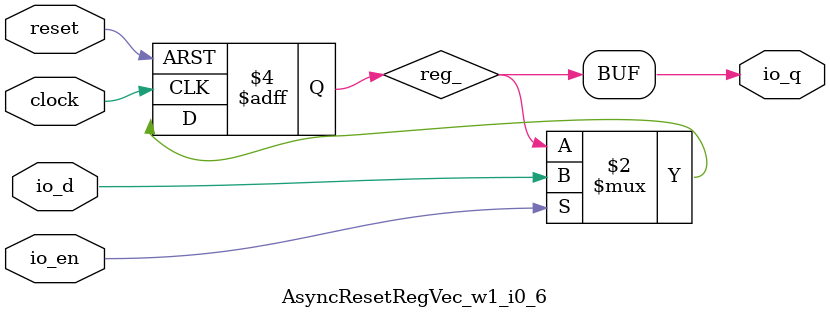
<source format=v>
module AsyncResetRegVec_w1_i0_6(
  input   clock,
  input   reset,
  input   io_d,
  output  io_q,
  input   io_en
);
`ifdef RANDOMIZE_REG_INIT
  reg [31:0] _RAND_0;
`endif // RANDOMIZE_REG_INIT
  reg  reg_; // @[AsyncResetReg.scala 64:50]
  assign io_q = reg_; // @[AsyncResetReg.scala 68:8]
  always @(posedge clock or posedge reset) begin
    if (reset) begin
      reg_ <= 1'h0;
    end else if (io_en) begin
      reg_ <= io_d;
    end
  end
// Register and memory initialization
`ifdef RANDOMIZE_GARBAGE_ASSIGN
`define RANDOMIZE
`endif
`ifdef RANDOMIZE_INVALID_ASSIGN
`define RANDOMIZE
`endif
`ifdef RANDOMIZE_REG_INIT
`define RANDOMIZE
`endif
`ifdef RANDOMIZE_MEM_INIT
`define RANDOMIZE
`endif
`ifndef RANDOM
`define RANDOM $random
`endif
`ifdef RANDOMIZE_MEM_INIT
  integer initvar;
`endif
`ifndef SYNTHESIS
`ifdef FIRRTL_BEFORE_INITIAL
`FIRRTL_BEFORE_INITIAL
`endif
initial begin
  `ifdef RANDOMIZE
    `ifdef INIT_RANDOM
      `INIT_RANDOM
    `endif
    `ifndef VERILATOR
      `ifdef RANDOMIZE_DELAY
        #`RANDOMIZE_DELAY begin end
      `else
        #0.002 begin end
      `endif
    `endif
`ifdef RANDOMIZE_REG_INIT
  _RAND_0 = {1{`RANDOM}};
  reg_ = _RAND_0[0:0];
`endif // RANDOMIZE_REG_INIT
  if (reset) begin
    reg_ = 1'h0;
  end
  `endif // RANDOMIZE
end // initial
`ifdef FIRRTL_AFTER_INITIAL
`FIRRTL_AFTER_INITIAL
`endif
`endif // SYNTHESIS
endmodule

</source>
